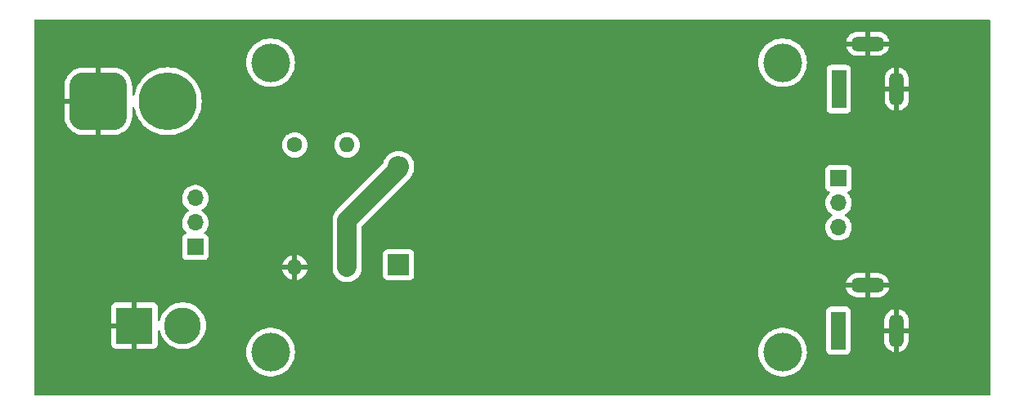
<source format=gbl>
%TF.GenerationSoftware,KiCad,Pcbnew,(6.0.2)*%
%TF.CreationDate,2022-02-24T16:18:32+02:00*%
%TF.ProjectId,PowerPCB,506f7765-7250-4434-922e-6b696361645f,rev?*%
%TF.SameCoordinates,Original*%
%TF.FileFunction,Copper,L2,Bot*%
%TF.FilePolarity,Positive*%
%FSLAX46Y46*%
G04 Gerber Fmt 4.6, Leading zero omitted, Abs format (unit mm)*
G04 Created by KiCad (PCBNEW (6.0.2)) date 2022-02-24 16:18:32*
%MOMM*%
%LPD*%
G01*
G04 APERTURE LIST*
G04 Aperture macros list*
%AMRoundRect*
0 Rectangle with rounded corners*
0 $1 Rounding radius*
0 $2 $3 $4 $5 $6 $7 $8 $9 X,Y pos of 4 corners*
0 Add a 4 corners polygon primitive as box body*
4,1,4,$2,$3,$4,$5,$6,$7,$8,$9,$2,$3,0*
0 Add four circle primitives for the rounded corners*
1,1,$1+$1,$2,$3*
1,1,$1+$1,$4,$5*
1,1,$1+$1,$6,$7*
1,1,$1+$1,$8,$9*
0 Add four rect primitives between the rounded corners*
20,1,$1+$1,$2,$3,$4,$5,0*
20,1,$1+$1,$4,$5,$6,$7,0*
20,1,$1+$1,$6,$7,$8,$9,0*
20,1,$1+$1,$8,$9,$2,$3,0*%
G04 Aperture macros list end*
%TA.AperFunction,ComponentPad*%
%ADD10RoundRect,1.500000X-1.500000X-1.500000X1.500000X-1.500000X1.500000X1.500000X-1.500000X1.500000X0*%
%TD*%
%TA.AperFunction,ComponentPad*%
%ADD11C,6.000000*%
%TD*%
%TA.AperFunction,ComponentPad*%
%ADD12O,3.500000X1.500000*%
%TD*%
%TA.AperFunction,ComponentPad*%
%ADD13O,1.500000X3.500000*%
%TD*%
%TA.AperFunction,ComponentPad*%
%ADD14R,1.500000X4.000000*%
%TD*%
%TA.AperFunction,ComponentPad*%
%ADD15R,1.700000X1.700000*%
%TD*%
%TA.AperFunction,ComponentPad*%
%ADD16O,1.700000X1.700000*%
%TD*%
%TA.AperFunction,ComponentPad*%
%ADD17O,1.600000X1.600000*%
%TD*%
%TA.AperFunction,ComponentPad*%
%ADD18C,1.600000*%
%TD*%
%TA.AperFunction,ComponentPad*%
%ADD19C,3.800000*%
%TD*%
%TA.AperFunction,ComponentPad*%
%ADD20R,3.800000X3.800000*%
%TD*%
%TA.AperFunction,ComponentPad*%
%ADD21R,2.200000X2.200000*%
%TD*%
%TA.AperFunction,ComponentPad*%
%ADD22O,2.200000X2.200000*%
%TD*%
%TA.AperFunction,ViaPad*%
%ADD23C,4.000000*%
%TD*%
%TA.AperFunction,Conductor*%
%ADD24C,2.000000*%
%TD*%
G04 APERTURE END LIST*
D10*
X100150000Y-67000000D03*
D11*
X107350000Y-67000000D03*
D12*
X179810000Y-61040000D03*
D13*
X182810000Y-65740000D03*
D14*
X176810000Y-65740000D03*
D12*
X179790000Y-86060000D03*
D13*
X182790000Y-90760000D03*
D14*
X176790000Y-90760000D03*
D15*
X176790000Y-74985000D03*
D16*
X176790000Y-77525000D03*
X176790000Y-80065000D03*
X110200000Y-77025000D03*
X110200000Y-79565000D03*
D15*
X110200000Y-82105000D03*
D17*
X120500000Y-84225000D03*
D18*
X120500000Y-71525000D03*
X125910000Y-84225000D03*
D17*
X125910000Y-71525000D03*
D19*
X108900000Y-90250000D03*
D20*
X103900000Y-90250000D03*
D21*
X131250000Y-83925000D03*
D22*
X131250000Y-73765000D03*
D23*
X118000000Y-63000000D03*
X118000000Y-93000000D03*
X171000000Y-93000000D03*
X171000000Y-63000000D03*
D24*
X131250000Y-74000000D02*
X125910000Y-79340000D01*
X125910000Y-79340000D02*
X125910000Y-84225000D01*
X131250000Y-73765000D02*
X131250000Y-74000000D01*
%TA.AperFunction,Conductor*%
G36*
X192434121Y-58528002D02*
G01*
X192480614Y-58581658D01*
X192492000Y-58634000D01*
X192492000Y-97366000D01*
X192471998Y-97434121D01*
X192418342Y-97480614D01*
X192366000Y-97492000D01*
X93634000Y-97492000D01*
X93565879Y-97471998D01*
X93519386Y-97418342D01*
X93508000Y-97366000D01*
X93508000Y-93000000D01*
X115486540Y-93000000D01*
X115506359Y-93315020D01*
X115565505Y-93625072D01*
X115663044Y-93925266D01*
X115664731Y-93928852D01*
X115664733Y-93928856D01*
X115795750Y-94207283D01*
X115795754Y-94207290D01*
X115797438Y-94210869D01*
X115966568Y-94477375D01*
X116167767Y-94720582D01*
X116397860Y-94936654D01*
X116653221Y-95122184D01*
X116929821Y-95274247D01*
X116933490Y-95275700D01*
X116933495Y-95275702D01*
X117219628Y-95388990D01*
X117223298Y-95390443D01*
X117529025Y-95468940D01*
X117842179Y-95508500D01*
X118157821Y-95508500D01*
X118470975Y-95468940D01*
X118776702Y-95390443D01*
X118780372Y-95388990D01*
X119066505Y-95275702D01*
X119066510Y-95275700D01*
X119070179Y-95274247D01*
X119346779Y-95122184D01*
X119602140Y-94936654D01*
X119832233Y-94720582D01*
X120033432Y-94477375D01*
X120202562Y-94210869D01*
X120204246Y-94207290D01*
X120204250Y-94207283D01*
X120335267Y-93928856D01*
X120335269Y-93928852D01*
X120336956Y-93925266D01*
X120434495Y-93625072D01*
X120493641Y-93315020D01*
X120513460Y-93000000D01*
X168486540Y-93000000D01*
X168506359Y-93315020D01*
X168565505Y-93625072D01*
X168663044Y-93925266D01*
X168664731Y-93928852D01*
X168664733Y-93928856D01*
X168795750Y-94207283D01*
X168795754Y-94207290D01*
X168797438Y-94210869D01*
X168966568Y-94477375D01*
X169167767Y-94720582D01*
X169397860Y-94936654D01*
X169653221Y-95122184D01*
X169929821Y-95274247D01*
X169933490Y-95275700D01*
X169933495Y-95275702D01*
X170219628Y-95388990D01*
X170223298Y-95390443D01*
X170529025Y-95468940D01*
X170842179Y-95508500D01*
X171157821Y-95508500D01*
X171470975Y-95468940D01*
X171776702Y-95390443D01*
X171780372Y-95388990D01*
X172066505Y-95275702D01*
X172066510Y-95275700D01*
X172070179Y-95274247D01*
X172346779Y-95122184D01*
X172602140Y-94936654D01*
X172832233Y-94720582D01*
X173033432Y-94477375D01*
X173202562Y-94210869D01*
X173204246Y-94207290D01*
X173204250Y-94207283D01*
X173335267Y-93928856D01*
X173335269Y-93928852D01*
X173336956Y-93925266D01*
X173434495Y-93625072D01*
X173493641Y-93315020D01*
X173513460Y-93000000D01*
X173501389Y-92808134D01*
X175531500Y-92808134D01*
X175538255Y-92870316D01*
X175589385Y-93006705D01*
X175676739Y-93123261D01*
X175793295Y-93210615D01*
X175929684Y-93261745D01*
X175991866Y-93268500D01*
X177588134Y-93268500D01*
X177650316Y-93261745D01*
X177786705Y-93210615D01*
X177903261Y-93123261D01*
X177990615Y-93006705D01*
X178041745Y-92870316D01*
X178048500Y-92808134D01*
X178048500Y-91814175D01*
X181532000Y-91814175D01*
X181532249Y-91819770D01*
X181546378Y-91978078D01*
X181548360Y-91989092D01*
X181604651Y-92194860D01*
X181608549Y-92205341D01*
X181700397Y-92397903D01*
X181706082Y-92407516D01*
X181830575Y-92580767D01*
X181837883Y-92589233D01*
X181991082Y-92737692D01*
X181999779Y-92744735D01*
X182176844Y-92863719D01*
X182186642Y-92869105D01*
X182381990Y-92954857D01*
X182392582Y-92958422D01*
X182518384Y-92988624D01*
X182532470Y-92987919D01*
X182536000Y-92979040D01*
X182536000Y-92978411D01*
X183044000Y-92978411D01*
X183048105Y-92992393D01*
X183057728Y-92993886D01*
X183057973Y-92993834D01*
X183261883Y-92931102D01*
X183272229Y-92926881D01*
X183461814Y-92829029D01*
X183471245Y-92823043D01*
X183640501Y-92693168D01*
X183648724Y-92685607D01*
X183792312Y-92527806D01*
X183799067Y-92518906D01*
X183912434Y-92338185D01*
X183917511Y-92328219D01*
X183997080Y-92130286D01*
X184000315Y-92119571D01*
X184043777Y-91909699D01*
X184044980Y-91900562D01*
X184047895Y-91850010D01*
X184048000Y-91846363D01*
X184048000Y-91032115D01*
X184043525Y-91016876D01*
X184042135Y-91015671D01*
X184034452Y-91014000D01*
X183062115Y-91014000D01*
X183046876Y-91018475D01*
X183045671Y-91019865D01*
X183044000Y-91027548D01*
X183044000Y-92978411D01*
X182536000Y-92978411D01*
X182536000Y-91032115D01*
X182531525Y-91016876D01*
X182530135Y-91015671D01*
X182522452Y-91014000D01*
X181550115Y-91014000D01*
X181534876Y-91018475D01*
X181533671Y-91019865D01*
X181532000Y-91027548D01*
X181532000Y-91814175D01*
X178048500Y-91814175D01*
X178048500Y-90487885D01*
X181532000Y-90487885D01*
X181536475Y-90503124D01*
X181537865Y-90504329D01*
X181545548Y-90506000D01*
X182517885Y-90506000D01*
X182533124Y-90501525D01*
X182534329Y-90500135D01*
X182536000Y-90492452D01*
X182536000Y-90487885D01*
X183044000Y-90487885D01*
X183048475Y-90503124D01*
X183049865Y-90504329D01*
X183057548Y-90506000D01*
X184029885Y-90506000D01*
X184045124Y-90501525D01*
X184046329Y-90500135D01*
X184048000Y-90492452D01*
X184048000Y-89705825D01*
X184047751Y-89700230D01*
X184033622Y-89541922D01*
X184031640Y-89530908D01*
X183975349Y-89325140D01*
X183971451Y-89314659D01*
X183879603Y-89122097D01*
X183873918Y-89112484D01*
X183749425Y-88939233D01*
X183742117Y-88930767D01*
X183588918Y-88782308D01*
X183580221Y-88775265D01*
X183403156Y-88656281D01*
X183393358Y-88650895D01*
X183198010Y-88565143D01*
X183187418Y-88561578D01*
X183061616Y-88531376D01*
X183047530Y-88532081D01*
X183044000Y-88540960D01*
X183044000Y-90487885D01*
X182536000Y-90487885D01*
X182536000Y-88541589D01*
X182531895Y-88527607D01*
X182522272Y-88526114D01*
X182522027Y-88526166D01*
X182318117Y-88588898D01*
X182307771Y-88593119D01*
X182118186Y-88690971D01*
X182108755Y-88696957D01*
X181939499Y-88826832D01*
X181931276Y-88834393D01*
X181787688Y-88992194D01*
X181780933Y-89001094D01*
X181667566Y-89181815D01*
X181662489Y-89191781D01*
X181582920Y-89389714D01*
X181579685Y-89400429D01*
X181536223Y-89610301D01*
X181535020Y-89619438D01*
X181532105Y-89669990D01*
X181532000Y-89673637D01*
X181532000Y-90487885D01*
X178048500Y-90487885D01*
X178048500Y-88711866D01*
X178041745Y-88649684D01*
X177990615Y-88513295D01*
X177903261Y-88396739D01*
X177786705Y-88309385D01*
X177650316Y-88258255D01*
X177588134Y-88251500D01*
X175991866Y-88251500D01*
X175929684Y-88258255D01*
X175793295Y-88309385D01*
X175676739Y-88396739D01*
X175589385Y-88513295D01*
X175538255Y-88649684D01*
X175531500Y-88711866D01*
X175531500Y-92808134D01*
X173501389Y-92808134D01*
X173493641Y-92684980D01*
X173434495Y-92374928D01*
X173336956Y-92074734D01*
X173296656Y-91989092D01*
X173204250Y-91792717D01*
X173204246Y-91792710D01*
X173202562Y-91789131D01*
X173033432Y-91522625D01*
X172832233Y-91279418D01*
X172602140Y-91063346D01*
X172346779Y-90877816D01*
X172296463Y-90850154D01*
X172073648Y-90727660D01*
X172073647Y-90727659D01*
X172070179Y-90725753D01*
X172066510Y-90724300D01*
X172066505Y-90724298D01*
X171780372Y-90611010D01*
X171780371Y-90611010D01*
X171776702Y-90609557D01*
X171470975Y-90531060D01*
X171157821Y-90491500D01*
X170842179Y-90491500D01*
X170529025Y-90531060D01*
X170223298Y-90609557D01*
X170219629Y-90611010D01*
X170219628Y-90611010D01*
X169933495Y-90724298D01*
X169933490Y-90724300D01*
X169929821Y-90725753D01*
X169926353Y-90727659D01*
X169926352Y-90727660D01*
X169703538Y-90850154D01*
X169653221Y-90877816D01*
X169397860Y-91063346D01*
X169167767Y-91279418D01*
X168966568Y-91522625D01*
X168797438Y-91789131D01*
X168795754Y-91792710D01*
X168795750Y-91792717D01*
X168703344Y-91989092D01*
X168663044Y-92074734D01*
X168565505Y-92374928D01*
X168506359Y-92684980D01*
X168486540Y-93000000D01*
X120513460Y-93000000D01*
X120493641Y-92684980D01*
X120434495Y-92374928D01*
X120336956Y-92074734D01*
X120296656Y-91989092D01*
X120204250Y-91792717D01*
X120204246Y-91792710D01*
X120202562Y-91789131D01*
X120033432Y-91522625D01*
X119832233Y-91279418D01*
X119602140Y-91063346D01*
X119346779Y-90877816D01*
X119296463Y-90850154D01*
X119073648Y-90727660D01*
X119073647Y-90727659D01*
X119070179Y-90725753D01*
X119066510Y-90724300D01*
X119066505Y-90724298D01*
X118780372Y-90611010D01*
X118780371Y-90611010D01*
X118776702Y-90609557D01*
X118470975Y-90531060D01*
X118157821Y-90491500D01*
X117842179Y-90491500D01*
X117529025Y-90531060D01*
X117223298Y-90609557D01*
X117219629Y-90611010D01*
X117219628Y-90611010D01*
X116933495Y-90724298D01*
X116933490Y-90724300D01*
X116929821Y-90725753D01*
X116926353Y-90727659D01*
X116926352Y-90727660D01*
X116703538Y-90850154D01*
X116653221Y-90877816D01*
X116397860Y-91063346D01*
X116167767Y-91279418D01*
X115966568Y-91522625D01*
X115797438Y-91789131D01*
X115795754Y-91792710D01*
X115795750Y-91792717D01*
X115703344Y-91989092D01*
X115663044Y-92074734D01*
X115565505Y-92374928D01*
X115506359Y-92684980D01*
X115486540Y-93000000D01*
X93508000Y-93000000D01*
X93508000Y-92194669D01*
X101492001Y-92194669D01*
X101492371Y-92201490D01*
X101497895Y-92252352D01*
X101501521Y-92267604D01*
X101546676Y-92388054D01*
X101555214Y-92403649D01*
X101631715Y-92505724D01*
X101644276Y-92518285D01*
X101746351Y-92594786D01*
X101761946Y-92603324D01*
X101882394Y-92648478D01*
X101897649Y-92652105D01*
X101948514Y-92657631D01*
X101955328Y-92658000D01*
X103627885Y-92658000D01*
X103643124Y-92653525D01*
X103644329Y-92652135D01*
X103646000Y-92644452D01*
X103646000Y-92639884D01*
X104154000Y-92639884D01*
X104158475Y-92655123D01*
X104159865Y-92656328D01*
X104167548Y-92657999D01*
X105844669Y-92657999D01*
X105851490Y-92657629D01*
X105902352Y-92652105D01*
X105917604Y-92648479D01*
X106038054Y-92603324D01*
X106053649Y-92594786D01*
X106155724Y-92518285D01*
X106168285Y-92505724D01*
X106244786Y-92403649D01*
X106253324Y-92388054D01*
X106298478Y-92267606D01*
X106302105Y-92252351D01*
X106307631Y-92201486D01*
X106308000Y-92194672D01*
X106308000Y-90848668D01*
X106328002Y-90780547D01*
X106381658Y-90734054D01*
X106451932Y-90723950D01*
X106516512Y-90753444D01*
X106554896Y-90813170D01*
X106557767Y-90825056D01*
X106562555Y-90850154D01*
X106656206Y-91138381D01*
X106785242Y-91412598D01*
X106947630Y-91668480D01*
X107140808Y-91901992D01*
X107361729Y-92109450D01*
X107606910Y-92287584D01*
X107610379Y-92289491D01*
X107610382Y-92289493D01*
X107765787Y-92374928D01*
X107872483Y-92433585D01*
X107876152Y-92435038D01*
X107876157Y-92435040D01*
X108150591Y-92543696D01*
X108154261Y-92545149D01*
X108447800Y-92620516D01*
X108748470Y-92658500D01*
X109051530Y-92658500D01*
X109352200Y-92620516D01*
X109645739Y-92545149D01*
X109649409Y-92543696D01*
X109923843Y-92435040D01*
X109923848Y-92435038D01*
X109927517Y-92433585D01*
X110034213Y-92374928D01*
X110189618Y-92289493D01*
X110189621Y-92289491D01*
X110193090Y-92287584D01*
X110438271Y-92109450D01*
X110659192Y-91901992D01*
X110852370Y-91668480D01*
X111014758Y-91412598D01*
X111143794Y-91138381D01*
X111237445Y-90850154D01*
X111294233Y-90552462D01*
X111313262Y-90250000D01*
X111294233Y-89947538D01*
X111237445Y-89649846D01*
X111143794Y-89361619D01*
X111126629Y-89325140D01*
X111031084Y-89122097D01*
X111014758Y-89087402D01*
X110852370Y-88831520D01*
X110659192Y-88598008D01*
X110438271Y-88390550D01*
X110193090Y-88212416D01*
X109927517Y-88066415D01*
X109923848Y-88064962D01*
X109923843Y-88064960D01*
X109649409Y-87956304D01*
X109649408Y-87956304D01*
X109645739Y-87954851D01*
X109352200Y-87879484D01*
X109051530Y-87841500D01*
X108748470Y-87841500D01*
X108447800Y-87879484D01*
X108154261Y-87954851D01*
X108150592Y-87956304D01*
X108150591Y-87956304D01*
X107876157Y-88064960D01*
X107876152Y-88064962D01*
X107872483Y-88066415D01*
X107606910Y-88212416D01*
X107361729Y-88390550D01*
X107140808Y-88598008D01*
X106947630Y-88831520D01*
X106785242Y-89087402D01*
X106768916Y-89122097D01*
X106673372Y-89325140D01*
X106656206Y-89361619D01*
X106562555Y-89649846D01*
X106561812Y-89653742D01*
X106561811Y-89653745D01*
X106557767Y-89674945D01*
X106525354Y-89738111D01*
X106463936Y-89773726D01*
X106393014Y-89770482D01*
X106335104Y-89729409D01*
X106308592Y-89663548D01*
X106307999Y-89651334D01*
X106307999Y-88305331D01*
X106307629Y-88298510D01*
X106302105Y-88247648D01*
X106298479Y-88232396D01*
X106253324Y-88111946D01*
X106244786Y-88096351D01*
X106168285Y-87994276D01*
X106155724Y-87981715D01*
X106053649Y-87905214D01*
X106038054Y-87896676D01*
X105917606Y-87851522D01*
X105902351Y-87847895D01*
X105851486Y-87842369D01*
X105844672Y-87842000D01*
X104172115Y-87842000D01*
X104156876Y-87846475D01*
X104155671Y-87847865D01*
X104154000Y-87855548D01*
X104154000Y-92639884D01*
X103646000Y-92639884D01*
X103646000Y-90522115D01*
X103641525Y-90506876D01*
X103640135Y-90505671D01*
X103632452Y-90504000D01*
X101510116Y-90504000D01*
X101494877Y-90508475D01*
X101493672Y-90509865D01*
X101492001Y-90517548D01*
X101492001Y-92194669D01*
X93508000Y-92194669D01*
X93508000Y-89977885D01*
X101492000Y-89977885D01*
X101496475Y-89993124D01*
X101497865Y-89994329D01*
X101505548Y-89996000D01*
X103627885Y-89996000D01*
X103643124Y-89991525D01*
X103644329Y-89990135D01*
X103646000Y-89982452D01*
X103646000Y-87860116D01*
X103641525Y-87844877D01*
X103640135Y-87843672D01*
X103632452Y-87842001D01*
X101955331Y-87842001D01*
X101948510Y-87842371D01*
X101897648Y-87847895D01*
X101882396Y-87851521D01*
X101761946Y-87896676D01*
X101746351Y-87905214D01*
X101644276Y-87981715D01*
X101631715Y-87994276D01*
X101555214Y-88096351D01*
X101546676Y-88111946D01*
X101501522Y-88232394D01*
X101497895Y-88247649D01*
X101492369Y-88298514D01*
X101492000Y-88305328D01*
X101492000Y-89977885D01*
X93508000Y-89977885D01*
X93508000Y-86327728D01*
X177556114Y-86327728D01*
X177556166Y-86327973D01*
X177618898Y-86531883D01*
X177623119Y-86542229D01*
X177720971Y-86731814D01*
X177726957Y-86741245D01*
X177856832Y-86910501D01*
X177864393Y-86918724D01*
X178022194Y-87062312D01*
X178031094Y-87069067D01*
X178211815Y-87182434D01*
X178221781Y-87187511D01*
X178419714Y-87267080D01*
X178430429Y-87270315D01*
X178640301Y-87313777D01*
X178649438Y-87314980D01*
X178699990Y-87317895D01*
X178703637Y-87318000D01*
X179517885Y-87318000D01*
X179533124Y-87313525D01*
X179534329Y-87312135D01*
X179536000Y-87304452D01*
X179536000Y-87299885D01*
X180044000Y-87299885D01*
X180048475Y-87315124D01*
X180049865Y-87316329D01*
X180057548Y-87318000D01*
X180844175Y-87318000D01*
X180849770Y-87317751D01*
X181008078Y-87303622D01*
X181019092Y-87301640D01*
X181224860Y-87245349D01*
X181235341Y-87241451D01*
X181427903Y-87149603D01*
X181437516Y-87143918D01*
X181610767Y-87019425D01*
X181619233Y-87012117D01*
X181767692Y-86858918D01*
X181774735Y-86850221D01*
X181893719Y-86673156D01*
X181899105Y-86663358D01*
X181984857Y-86468010D01*
X181988422Y-86457418D01*
X182018624Y-86331616D01*
X182017919Y-86317530D01*
X182009040Y-86314000D01*
X180062115Y-86314000D01*
X180046876Y-86318475D01*
X180045671Y-86319865D01*
X180044000Y-86327548D01*
X180044000Y-87299885D01*
X179536000Y-87299885D01*
X179536000Y-86332115D01*
X179531525Y-86316876D01*
X179530135Y-86315671D01*
X179522452Y-86314000D01*
X177571589Y-86314000D01*
X177557607Y-86318105D01*
X177556114Y-86327728D01*
X93508000Y-86327728D01*
X93508000Y-85788384D01*
X177561376Y-85788384D01*
X177562081Y-85802470D01*
X177570960Y-85806000D01*
X179517885Y-85806000D01*
X179533124Y-85801525D01*
X179534329Y-85800135D01*
X179536000Y-85792452D01*
X179536000Y-85787885D01*
X180044000Y-85787885D01*
X180048475Y-85803124D01*
X180049865Y-85804329D01*
X180057548Y-85806000D01*
X182008411Y-85806000D01*
X182022393Y-85801895D01*
X182023886Y-85792272D01*
X182023834Y-85792027D01*
X181961102Y-85588117D01*
X181956881Y-85577771D01*
X181859029Y-85388186D01*
X181853043Y-85378755D01*
X181723168Y-85209499D01*
X181715607Y-85201276D01*
X181557806Y-85057688D01*
X181548906Y-85050933D01*
X181368185Y-84937566D01*
X181358219Y-84932489D01*
X181160286Y-84852920D01*
X181149571Y-84849685D01*
X180939699Y-84806223D01*
X180930562Y-84805020D01*
X180880010Y-84802105D01*
X180876363Y-84802000D01*
X180062115Y-84802000D01*
X180046876Y-84806475D01*
X180045671Y-84807865D01*
X180044000Y-84815548D01*
X180044000Y-85787885D01*
X179536000Y-85787885D01*
X179536000Y-84820115D01*
X179531525Y-84804876D01*
X179530135Y-84803671D01*
X179522452Y-84802000D01*
X178735825Y-84802000D01*
X178730230Y-84802249D01*
X178571922Y-84816378D01*
X178560908Y-84818360D01*
X178355140Y-84874651D01*
X178344659Y-84878549D01*
X178152097Y-84970397D01*
X178142484Y-84976082D01*
X177969233Y-85100575D01*
X177960767Y-85107883D01*
X177812308Y-85261082D01*
X177805265Y-85269779D01*
X177686281Y-85446844D01*
X177680895Y-85456642D01*
X177595143Y-85651990D01*
X177591578Y-85662582D01*
X177561376Y-85788384D01*
X93508000Y-85788384D01*
X93508000Y-84491522D01*
X119217273Y-84491522D01*
X119264764Y-84668761D01*
X119268510Y-84679053D01*
X119360586Y-84876511D01*
X119366069Y-84886007D01*
X119491028Y-85064467D01*
X119498084Y-85072875D01*
X119652125Y-85226916D01*
X119660533Y-85233972D01*
X119838993Y-85358931D01*
X119848489Y-85364414D01*
X120045947Y-85456490D01*
X120056239Y-85460236D01*
X120228503Y-85506394D01*
X120242599Y-85506058D01*
X120246000Y-85498116D01*
X120246000Y-85492967D01*
X120754000Y-85492967D01*
X120757973Y-85506498D01*
X120766522Y-85507727D01*
X120943761Y-85460236D01*
X120954053Y-85456490D01*
X121151511Y-85364414D01*
X121161007Y-85358931D01*
X121339467Y-85233972D01*
X121347875Y-85226916D01*
X121501916Y-85072875D01*
X121508972Y-85064467D01*
X121633931Y-84886007D01*
X121639414Y-84876511D01*
X121731490Y-84679053D01*
X121735236Y-84668761D01*
X121781394Y-84496497D01*
X121781058Y-84482401D01*
X121773116Y-84479000D01*
X120772115Y-84479000D01*
X120756876Y-84483475D01*
X120755671Y-84484865D01*
X120754000Y-84492548D01*
X120754000Y-85492967D01*
X120246000Y-85492967D01*
X120246000Y-84497115D01*
X120241525Y-84481876D01*
X120240135Y-84480671D01*
X120232452Y-84479000D01*
X119232033Y-84479000D01*
X119218502Y-84482973D01*
X119217273Y-84491522D01*
X93508000Y-84491522D01*
X93508000Y-83953503D01*
X119218606Y-83953503D01*
X119218942Y-83967599D01*
X119226884Y-83971000D01*
X120227885Y-83971000D01*
X120243124Y-83966525D01*
X120244329Y-83965135D01*
X120246000Y-83957452D01*
X120246000Y-83952885D01*
X120754000Y-83952885D01*
X120758475Y-83968124D01*
X120759865Y-83969329D01*
X120767548Y-83971000D01*
X121767967Y-83971000D01*
X121781498Y-83967027D01*
X121782727Y-83958478D01*
X121735236Y-83781239D01*
X121731490Y-83770947D01*
X121639414Y-83573489D01*
X121633931Y-83563993D01*
X121508972Y-83385533D01*
X121501916Y-83377125D01*
X121347875Y-83223084D01*
X121339467Y-83216028D01*
X121161007Y-83091069D01*
X121151511Y-83085586D01*
X120954053Y-82993510D01*
X120943761Y-82989764D01*
X120771497Y-82943606D01*
X120757401Y-82943942D01*
X120754000Y-82951884D01*
X120754000Y-83952885D01*
X120246000Y-83952885D01*
X120246000Y-82957033D01*
X120242027Y-82943502D01*
X120233478Y-82942273D01*
X120056239Y-82989764D01*
X120045947Y-82993510D01*
X119848489Y-83085586D01*
X119838993Y-83091069D01*
X119660533Y-83216028D01*
X119652125Y-83223084D01*
X119498084Y-83377125D01*
X119491028Y-83385533D01*
X119366069Y-83563993D01*
X119360586Y-83573489D01*
X119268510Y-83770947D01*
X119264764Y-83781239D01*
X119218606Y-83953503D01*
X93508000Y-83953503D01*
X93508000Y-79531695D01*
X108837251Y-79531695D01*
X108837548Y-79536848D01*
X108837548Y-79536851D01*
X108843011Y-79631590D01*
X108850110Y-79754715D01*
X108851247Y-79759761D01*
X108851248Y-79759767D01*
X108862472Y-79809570D01*
X108899222Y-79972639D01*
X108983266Y-80179616D01*
X108985965Y-80184020D01*
X109092594Y-80358023D01*
X109099987Y-80370088D01*
X109246250Y-80538938D01*
X109250230Y-80542242D01*
X109254981Y-80546187D01*
X109294616Y-80605090D01*
X109296113Y-80676071D01*
X109258997Y-80736593D01*
X109218725Y-80761112D01*
X109191610Y-80771277D01*
X109103295Y-80804385D01*
X108986739Y-80891739D01*
X108899385Y-81008295D01*
X108848255Y-81144684D01*
X108841500Y-81206866D01*
X108841500Y-83003134D01*
X108848255Y-83065316D01*
X108899385Y-83201705D01*
X108986739Y-83318261D01*
X109103295Y-83405615D01*
X109239684Y-83456745D01*
X109301866Y-83463500D01*
X111098134Y-83463500D01*
X111160316Y-83456745D01*
X111296705Y-83405615D01*
X111413261Y-83318261D01*
X111500615Y-83201705D01*
X111551745Y-83065316D01*
X111558500Y-83003134D01*
X111558500Y-81206866D01*
X111551745Y-81144684D01*
X111500615Y-81008295D01*
X111413261Y-80891739D01*
X111296705Y-80804385D01*
X111284132Y-80799672D01*
X111178203Y-80759960D01*
X111121439Y-80717318D01*
X111096739Y-80650756D01*
X111111947Y-80581408D01*
X111133493Y-80552727D01*
X111234435Y-80452137D01*
X111238096Y-80448489D01*
X111297594Y-80365689D01*
X111365435Y-80271277D01*
X111368453Y-80267077D01*
X111435415Y-80131590D01*
X111465136Y-80071453D01*
X111465137Y-80071451D01*
X111467430Y-80066811D01*
X111532370Y-79853069D01*
X111561529Y-79631590D01*
X111563156Y-79565000D01*
X111546829Y-79366413D01*
X124396822Y-79366413D01*
X124397316Y-79371448D01*
X124400899Y-79407992D01*
X124401500Y-79420288D01*
X124401500Y-84286001D01*
X124401702Y-84288509D01*
X124401702Y-84288514D01*
X124407943Y-84366074D01*
X124416060Y-84466965D01*
X124417266Y-84471873D01*
X124417266Y-84471876D01*
X124423465Y-84497115D01*
X124473963Y-84702706D01*
X124475938Y-84707358D01*
X124475939Y-84707362D01*
X124516820Y-84803671D01*
X124568812Y-84926156D01*
X124571510Y-84930440D01*
X124661370Y-85073134D01*
X124698167Y-85131567D01*
X124701512Y-85135361D01*
X124855350Y-85309858D01*
X124855353Y-85309861D01*
X124858698Y-85313655D01*
X124862606Y-85316865D01*
X124862607Y-85316866D01*
X125037150Y-85460236D01*
X125046278Y-85467734D01*
X125112125Y-85506058D01*
X125235340Y-85577771D01*
X125256078Y-85589841D01*
X125260801Y-85591654D01*
X125477978Y-85675020D01*
X125477982Y-85675021D01*
X125482702Y-85676833D01*
X125487652Y-85677867D01*
X125487655Y-85677868D01*
X125715369Y-85725440D01*
X125715373Y-85725440D01*
X125720320Y-85726474D01*
X125962817Y-85737486D01*
X125967837Y-85736905D01*
X125967841Y-85736905D01*
X126198929Y-85710167D01*
X126198933Y-85710166D01*
X126203956Y-85709585D01*
X126208820Y-85708209D01*
X126208823Y-85708208D01*
X126432669Y-85644866D01*
X126432668Y-85644866D01*
X126437532Y-85643490D01*
X126442108Y-85641356D01*
X126442114Y-85641354D01*
X126652954Y-85543038D01*
X126652958Y-85543036D01*
X126657536Y-85540901D01*
X126708806Y-85506058D01*
X126854119Y-85407302D01*
X126858307Y-85404456D01*
X127034681Y-85237668D01*
X127112935Y-85135316D01*
X127160477Y-85073134D01*
X129641500Y-85073134D01*
X129648255Y-85135316D01*
X129699385Y-85271705D01*
X129786739Y-85388261D01*
X129903295Y-85475615D01*
X130039684Y-85526745D01*
X130101866Y-85533500D01*
X132398134Y-85533500D01*
X132460316Y-85526745D01*
X132596705Y-85475615D01*
X132713261Y-85388261D01*
X132800615Y-85271705D01*
X132851745Y-85135316D01*
X132858500Y-85073134D01*
X132858500Y-82776866D01*
X132851745Y-82714684D01*
X132800615Y-82578295D01*
X132713261Y-82461739D01*
X132596705Y-82374385D01*
X132460316Y-82323255D01*
X132398134Y-82316500D01*
X130101866Y-82316500D01*
X130039684Y-82323255D01*
X129903295Y-82374385D01*
X129786739Y-82461739D01*
X129699385Y-82578295D01*
X129648255Y-82714684D01*
X129641500Y-82776866D01*
X129641500Y-85073134D01*
X127160477Y-85073134D01*
X127179047Y-85048846D01*
X127179050Y-85048842D01*
X127182120Y-85044826D01*
X127296831Y-84830891D01*
X127375862Y-84601369D01*
X127417179Y-84362164D01*
X127418500Y-84333075D01*
X127418500Y-80031695D01*
X175427251Y-80031695D01*
X175427548Y-80036848D01*
X175427548Y-80036851D01*
X175433011Y-80131590D01*
X175440110Y-80254715D01*
X175441247Y-80259761D01*
X175441248Y-80259767D01*
X175443842Y-80271277D01*
X175489222Y-80472639D01*
X175573266Y-80679616D01*
X175689987Y-80870088D01*
X175836250Y-81038938D01*
X176008126Y-81181632D01*
X176201000Y-81294338D01*
X176409692Y-81374030D01*
X176414760Y-81375061D01*
X176414763Y-81375062D01*
X176522017Y-81396883D01*
X176628597Y-81418567D01*
X176633772Y-81418757D01*
X176633774Y-81418757D01*
X176846673Y-81426564D01*
X176846677Y-81426564D01*
X176851837Y-81426753D01*
X176856957Y-81426097D01*
X176856959Y-81426097D01*
X177068288Y-81399025D01*
X177068289Y-81399025D01*
X177073416Y-81398368D01*
X177078366Y-81396883D01*
X177282429Y-81335661D01*
X177282434Y-81335659D01*
X177287384Y-81334174D01*
X177487994Y-81235896D01*
X177669860Y-81106173D01*
X177828096Y-80948489D01*
X177863716Y-80898919D01*
X177955435Y-80771277D01*
X177958453Y-80767077D01*
X177961971Y-80759960D01*
X178055136Y-80571453D01*
X178055137Y-80571451D01*
X178057430Y-80566811D01*
X178122370Y-80353069D01*
X178151529Y-80131590D01*
X178151611Y-80128240D01*
X178153074Y-80068365D01*
X178153074Y-80068361D01*
X178153156Y-80065000D01*
X178134852Y-79842361D01*
X178080431Y-79625702D01*
X177991354Y-79420840D01*
X177937337Y-79337342D01*
X177872822Y-79237617D01*
X177872820Y-79237614D01*
X177870014Y-79233277D01*
X177719670Y-79068051D01*
X177715619Y-79064852D01*
X177715615Y-79064848D01*
X177548414Y-78932800D01*
X177548410Y-78932798D01*
X177544359Y-78929598D01*
X177503053Y-78906796D01*
X177453084Y-78856364D01*
X177438312Y-78786921D01*
X177463428Y-78720516D01*
X177490780Y-78693909D01*
X177541075Y-78658034D01*
X177669860Y-78566173D01*
X177711546Y-78524633D01*
X177809416Y-78427104D01*
X177828096Y-78408489D01*
X177837867Y-78394892D01*
X177955435Y-78231277D01*
X177958453Y-78227077D01*
X177999393Y-78144242D01*
X178055136Y-78031453D01*
X178055137Y-78031451D01*
X178057430Y-78026811D01*
X178122370Y-77813069D01*
X178151529Y-77591590D01*
X178151611Y-77588240D01*
X178153074Y-77528365D01*
X178153074Y-77528361D01*
X178153156Y-77525000D01*
X178134852Y-77302361D01*
X178080431Y-77085702D01*
X177991354Y-76880840D01*
X177937337Y-76797342D01*
X177872822Y-76697617D01*
X177872820Y-76697614D01*
X177870014Y-76693277D01*
X177866532Y-76689450D01*
X177722798Y-76531488D01*
X177691746Y-76467642D01*
X177700141Y-76397143D01*
X177745317Y-76342375D01*
X177771761Y-76328706D01*
X177878297Y-76288767D01*
X177886705Y-76285615D01*
X178003261Y-76198261D01*
X178090615Y-76081705D01*
X178141745Y-75945316D01*
X178148500Y-75883134D01*
X178148500Y-74086866D01*
X178141745Y-74024684D01*
X178090615Y-73888295D01*
X178003261Y-73771739D01*
X177886705Y-73684385D01*
X177750316Y-73633255D01*
X177688134Y-73626500D01*
X175891866Y-73626500D01*
X175829684Y-73633255D01*
X175693295Y-73684385D01*
X175576739Y-73771739D01*
X175489385Y-73888295D01*
X175438255Y-74024684D01*
X175431500Y-74086866D01*
X175431500Y-75883134D01*
X175438255Y-75945316D01*
X175489385Y-76081705D01*
X175576739Y-76198261D01*
X175693295Y-76285615D01*
X175701704Y-76288767D01*
X175701705Y-76288768D01*
X175810451Y-76329535D01*
X175867216Y-76372176D01*
X175891916Y-76438738D01*
X175876709Y-76508087D01*
X175857316Y-76534568D01*
X175730629Y-76667138D01*
X175604743Y-76851680D01*
X175589003Y-76885590D01*
X175525848Y-77021646D01*
X175510688Y-77054305D01*
X175450989Y-77269570D01*
X175427251Y-77491695D01*
X175427548Y-77496848D01*
X175427548Y-77496851D01*
X175433011Y-77591590D01*
X175440110Y-77714715D01*
X175441247Y-77719761D01*
X175441248Y-77719767D01*
X175443842Y-77731277D01*
X175489222Y-77932639D01*
X175573266Y-78139616D01*
X175575965Y-78144020D01*
X175686172Y-78323862D01*
X175689987Y-78330088D01*
X175836250Y-78498938D01*
X176008126Y-78641632D01*
X176051622Y-78667049D01*
X176081445Y-78684476D01*
X176130169Y-78736114D01*
X176143240Y-78805897D01*
X176116509Y-78871669D01*
X176076055Y-78905027D01*
X176063607Y-78911507D01*
X176059474Y-78914610D01*
X176059471Y-78914612D01*
X175994184Y-78963631D01*
X175884965Y-79045635D01*
X175838455Y-79094305D01*
X175805127Y-79129181D01*
X175730629Y-79207138D01*
X175604743Y-79391680D01*
X175589003Y-79425590D01*
X175525848Y-79561646D01*
X175510688Y-79594305D01*
X175450989Y-79809570D01*
X175427251Y-80031695D01*
X127418500Y-80031695D01*
X127418500Y-80017031D01*
X127438502Y-79948910D01*
X127455405Y-79927936D01*
X129861485Y-77521857D01*
X132299685Y-75083657D01*
X132302207Y-75081203D01*
X132371005Y-75016144D01*
X132374681Y-75012668D01*
X132422412Y-74950239D01*
X132426554Y-74945107D01*
X132474187Y-74889138D01*
X132474189Y-74889135D01*
X132477470Y-74885280D01*
X132480090Y-74880954D01*
X132480095Y-74880947D01*
X132494491Y-74857176D01*
X132502163Y-74845929D01*
X132522120Y-74819826D01*
X132559247Y-74750584D01*
X132562510Y-74744863D01*
X132600602Y-74681966D01*
X132600603Y-74681965D01*
X132603220Y-74677643D01*
X132615534Y-74647166D01*
X132621303Y-74634850D01*
X132636831Y-74605891D01*
X132652395Y-74560690D01*
X132664095Y-74535885D01*
X132685029Y-74501725D01*
X132685033Y-74501717D01*
X132687616Y-74497502D01*
X132784505Y-74263591D01*
X132843609Y-74017403D01*
X132863474Y-73765000D01*
X132843609Y-73512597D01*
X132784505Y-73266409D01*
X132687616Y-73032498D01*
X132555328Y-72816624D01*
X132390898Y-72624102D01*
X132198376Y-72459672D01*
X131982502Y-72327384D01*
X131977932Y-72325491D01*
X131977928Y-72325489D01*
X131753164Y-72232389D01*
X131753162Y-72232388D01*
X131748591Y-72230495D01*
X131663968Y-72210179D01*
X131507216Y-72172546D01*
X131507210Y-72172545D01*
X131502403Y-72171391D01*
X131250000Y-72151526D01*
X130997597Y-72171391D01*
X130992790Y-72172545D01*
X130992784Y-72172546D01*
X130836032Y-72210179D01*
X130751409Y-72230495D01*
X130746838Y-72232388D01*
X130746836Y-72232389D01*
X130522072Y-72325489D01*
X130522068Y-72325491D01*
X130517498Y-72327384D01*
X130301624Y-72459672D01*
X130109102Y-72624102D01*
X129944672Y-72816624D01*
X129812384Y-73032498D01*
X129715495Y-73266409D01*
X129714340Y-73271221D01*
X129681218Y-73409184D01*
X129647794Y-73468865D01*
X124860334Y-78256325D01*
X124857812Y-78258779D01*
X124805385Y-78308357D01*
X124785319Y-78327332D01*
X124782252Y-78331344D01*
X124737592Y-78389757D01*
X124733448Y-78394892D01*
X124701186Y-78432800D01*
X124682530Y-78454720D01*
X124679911Y-78459045D01*
X124679907Y-78459050D01*
X124665509Y-78482824D01*
X124657837Y-78494071D01*
X124637880Y-78520174D01*
X124615170Y-78562529D01*
X124600761Y-78589401D01*
X124597496Y-78595126D01*
X124556779Y-78662358D01*
X124554884Y-78667049D01*
X124544473Y-78692817D01*
X124538693Y-78705158D01*
X124523169Y-78734109D01*
X124521523Y-78738890D01*
X124521521Y-78738894D01*
X124497588Y-78808401D01*
X124495278Y-78814579D01*
X124465845Y-78887429D01*
X124464723Y-78892368D01*
X124458568Y-78919460D01*
X124454837Y-78932559D01*
X124444138Y-78963631D01*
X124430757Y-79041100D01*
X124429477Y-79047504D01*
X124412065Y-79124144D01*
X124410001Y-79156953D01*
X124408415Y-79170453D01*
X124402821Y-79202836D01*
X124402641Y-79206793D01*
X124402641Y-79206796D01*
X124402432Y-79211411D01*
X124401500Y-79231925D01*
X124401500Y-79288108D01*
X124401251Y-79296019D01*
X124396822Y-79366413D01*
X111546829Y-79366413D01*
X111544852Y-79342361D01*
X111490431Y-79125702D01*
X111401354Y-78920840D01*
X111332611Y-78814579D01*
X111282822Y-78737617D01*
X111282820Y-78737614D01*
X111280014Y-78733277D01*
X111129670Y-78568051D01*
X111125619Y-78564852D01*
X111125615Y-78564848D01*
X110958414Y-78432800D01*
X110958410Y-78432798D01*
X110954359Y-78429598D01*
X110913053Y-78406796D01*
X110863084Y-78356364D01*
X110848312Y-78286921D01*
X110873428Y-78220516D01*
X110900780Y-78193909D01*
X110944603Y-78162650D01*
X111079860Y-78066173D01*
X111238096Y-77908489D01*
X111297594Y-77825689D01*
X111365435Y-77731277D01*
X111368453Y-77727077D01*
X111435415Y-77591590D01*
X111465136Y-77531453D01*
X111465137Y-77531451D01*
X111467430Y-77526811D01*
X111532370Y-77313069D01*
X111561529Y-77091590D01*
X111563156Y-77025000D01*
X111544852Y-76802361D01*
X111490431Y-76585702D01*
X111401354Y-76380840D01*
X111336266Y-76280229D01*
X111282822Y-76197617D01*
X111282820Y-76197614D01*
X111280014Y-76193277D01*
X111129670Y-76028051D01*
X111125619Y-76024852D01*
X111125615Y-76024848D01*
X110958414Y-75892800D01*
X110958410Y-75892798D01*
X110954359Y-75889598D01*
X110942650Y-75883134D01*
X110902136Y-75860769D01*
X110758789Y-75781638D01*
X110753920Y-75779914D01*
X110753916Y-75779912D01*
X110553087Y-75708795D01*
X110553083Y-75708794D01*
X110548212Y-75707069D01*
X110543119Y-75706162D01*
X110543116Y-75706161D01*
X110333373Y-75668800D01*
X110333367Y-75668799D01*
X110328284Y-75667894D01*
X110254452Y-75666992D01*
X110110081Y-75665228D01*
X110110079Y-75665228D01*
X110104911Y-75665165D01*
X109884091Y-75698955D01*
X109671756Y-75768357D01*
X109473607Y-75871507D01*
X109469474Y-75874610D01*
X109469471Y-75874612D01*
X109299100Y-76002530D01*
X109294965Y-76005635D01*
X109140629Y-76167138D01*
X109014743Y-76351680D01*
X108999003Y-76385590D01*
X108929850Y-76534568D01*
X108920688Y-76554305D01*
X108860989Y-76769570D01*
X108837251Y-76991695D01*
X108837548Y-76996848D01*
X108837548Y-76996851D01*
X108843011Y-77091590D01*
X108850110Y-77214715D01*
X108851247Y-77219761D01*
X108851248Y-77219767D01*
X108862472Y-77269570D01*
X108899222Y-77432639D01*
X108983266Y-77639616D01*
X108985965Y-77644020D01*
X109092594Y-77818023D01*
X109099987Y-77830088D01*
X109246250Y-77998938D01*
X109418126Y-78141632D01*
X109488595Y-78182811D01*
X109491445Y-78184476D01*
X109540169Y-78236114D01*
X109553240Y-78305897D01*
X109526509Y-78371669D01*
X109486055Y-78405027D01*
X109479405Y-78408489D01*
X109473607Y-78411507D01*
X109469474Y-78414610D01*
X109469471Y-78414612D01*
X109322937Y-78524633D01*
X109294965Y-78545635D01*
X109140629Y-78707138D01*
X109137715Y-78711410D01*
X109137714Y-78711411D01*
X109081257Y-78794174D01*
X109014743Y-78891680D01*
X108999003Y-78925590D01*
X108932875Y-79068051D01*
X108920688Y-79094305D01*
X108860989Y-79309570D01*
X108837251Y-79531695D01*
X93508000Y-79531695D01*
X93508000Y-71525000D01*
X119186502Y-71525000D01*
X119206457Y-71753087D01*
X119265716Y-71974243D01*
X119268039Y-71979224D01*
X119268039Y-71979225D01*
X119360151Y-72176762D01*
X119360154Y-72176767D01*
X119362477Y-72181749D01*
X119493802Y-72369300D01*
X119655700Y-72531198D01*
X119660208Y-72534355D01*
X119660211Y-72534357D01*
X119738389Y-72589098D01*
X119843251Y-72662523D01*
X119848233Y-72664846D01*
X119848238Y-72664849D01*
X120045775Y-72756961D01*
X120050757Y-72759284D01*
X120056065Y-72760706D01*
X120056067Y-72760707D01*
X120266598Y-72817119D01*
X120266600Y-72817119D01*
X120271913Y-72818543D01*
X120500000Y-72838498D01*
X120728087Y-72818543D01*
X120733400Y-72817119D01*
X120733402Y-72817119D01*
X120943933Y-72760707D01*
X120943935Y-72760706D01*
X120949243Y-72759284D01*
X120954225Y-72756961D01*
X121151762Y-72664849D01*
X121151767Y-72664846D01*
X121156749Y-72662523D01*
X121261611Y-72589098D01*
X121339789Y-72534357D01*
X121339792Y-72534355D01*
X121344300Y-72531198D01*
X121506198Y-72369300D01*
X121637523Y-72181749D01*
X121639846Y-72176767D01*
X121639849Y-72176762D01*
X121731961Y-71979225D01*
X121731961Y-71979224D01*
X121734284Y-71974243D01*
X121793543Y-71753087D01*
X121813498Y-71525000D01*
X124596502Y-71525000D01*
X124616457Y-71753087D01*
X124675716Y-71974243D01*
X124678039Y-71979224D01*
X124678039Y-71979225D01*
X124770151Y-72176762D01*
X124770154Y-72176767D01*
X124772477Y-72181749D01*
X124903802Y-72369300D01*
X125065700Y-72531198D01*
X125070208Y-72534355D01*
X125070211Y-72534357D01*
X125148389Y-72589098D01*
X125253251Y-72662523D01*
X125258233Y-72664846D01*
X125258238Y-72664849D01*
X125455775Y-72756961D01*
X125460757Y-72759284D01*
X125466065Y-72760706D01*
X125466067Y-72760707D01*
X125676598Y-72817119D01*
X125676600Y-72817119D01*
X125681913Y-72818543D01*
X125910000Y-72838498D01*
X126138087Y-72818543D01*
X126143400Y-72817119D01*
X126143402Y-72817119D01*
X126353933Y-72760707D01*
X126353935Y-72760706D01*
X126359243Y-72759284D01*
X126364225Y-72756961D01*
X126561762Y-72664849D01*
X126561767Y-72664846D01*
X126566749Y-72662523D01*
X126671611Y-72589098D01*
X126749789Y-72534357D01*
X126749792Y-72534355D01*
X126754300Y-72531198D01*
X126916198Y-72369300D01*
X127047523Y-72181749D01*
X127049846Y-72176767D01*
X127049849Y-72176762D01*
X127141961Y-71979225D01*
X127141961Y-71979224D01*
X127144284Y-71974243D01*
X127203543Y-71753087D01*
X127223498Y-71525000D01*
X127203543Y-71296913D01*
X127144284Y-71075757D01*
X127141961Y-71070775D01*
X127049849Y-70873238D01*
X127049846Y-70873233D01*
X127047523Y-70868251D01*
X126916198Y-70680700D01*
X126754300Y-70518802D01*
X126749792Y-70515645D01*
X126749789Y-70515643D01*
X126635598Y-70435686D01*
X126566749Y-70387477D01*
X126561767Y-70385154D01*
X126561762Y-70385151D01*
X126364225Y-70293039D01*
X126364224Y-70293039D01*
X126359243Y-70290716D01*
X126353935Y-70289294D01*
X126353933Y-70289293D01*
X126143402Y-70232881D01*
X126143400Y-70232881D01*
X126138087Y-70231457D01*
X125910000Y-70211502D01*
X125681913Y-70231457D01*
X125676600Y-70232881D01*
X125676598Y-70232881D01*
X125466067Y-70289293D01*
X125466065Y-70289294D01*
X125460757Y-70290716D01*
X125455776Y-70293039D01*
X125455775Y-70293039D01*
X125258238Y-70385151D01*
X125258233Y-70385154D01*
X125253251Y-70387477D01*
X125184402Y-70435686D01*
X125070211Y-70515643D01*
X125070208Y-70515645D01*
X125065700Y-70518802D01*
X124903802Y-70680700D01*
X124772477Y-70868251D01*
X124770154Y-70873233D01*
X124770151Y-70873238D01*
X124678039Y-71070775D01*
X124675716Y-71075757D01*
X124616457Y-71296913D01*
X124596502Y-71525000D01*
X121813498Y-71525000D01*
X121793543Y-71296913D01*
X121734284Y-71075757D01*
X121731961Y-71070775D01*
X121639849Y-70873238D01*
X121639846Y-70873233D01*
X121637523Y-70868251D01*
X121506198Y-70680700D01*
X121344300Y-70518802D01*
X121339792Y-70515645D01*
X121339789Y-70515643D01*
X121225598Y-70435686D01*
X121156749Y-70387477D01*
X121151767Y-70385154D01*
X121151762Y-70385151D01*
X120954225Y-70293039D01*
X120954224Y-70293039D01*
X120949243Y-70290716D01*
X120943935Y-70289294D01*
X120943933Y-70289293D01*
X120733402Y-70232881D01*
X120733400Y-70232881D01*
X120728087Y-70231457D01*
X120500000Y-70211502D01*
X120271913Y-70231457D01*
X120266600Y-70232881D01*
X120266598Y-70232881D01*
X120056067Y-70289293D01*
X120056065Y-70289294D01*
X120050757Y-70290716D01*
X120045776Y-70293039D01*
X120045775Y-70293039D01*
X119848238Y-70385151D01*
X119848233Y-70385154D01*
X119843251Y-70387477D01*
X119774402Y-70435686D01*
X119660211Y-70515643D01*
X119660208Y-70515645D01*
X119655700Y-70518802D01*
X119493802Y-70680700D01*
X119362477Y-70868251D01*
X119360154Y-70873233D01*
X119360151Y-70873238D01*
X119268039Y-71070775D01*
X119265716Y-71075757D01*
X119206457Y-71296913D01*
X119186502Y-71525000D01*
X93508000Y-71525000D01*
X93508000Y-68610915D01*
X96642001Y-68610915D01*
X96642061Y-68613672D01*
X96644601Y-68671855D01*
X96645317Y-68678972D01*
X96687999Y-68948453D01*
X96689978Y-68957023D01*
X96769504Y-69217143D01*
X96772655Y-69225353D01*
X96887613Y-69471882D01*
X96891876Y-69479572D01*
X97040024Y-69707700D01*
X97045314Y-69714719D01*
X97223783Y-69920024D01*
X97229976Y-69926217D01*
X97435281Y-70104686D01*
X97442300Y-70109976D01*
X97670428Y-70258124D01*
X97678118Y-70262387D01*
X97924647Y-70377345D01*
X97932857Y-70380496D01*
X98192977Y-70460022D01*
X98201547Y-70462001D01*
X98471044Y-70504685D01*
X98478128Y-70505399D01*
X98536331Y-70507940D01*
X98539083Y-70508000D01*
X99877885Y-70508000D01*
X99893124Y-70503525D01*
X99894329Y-70502135D01*
X99896000Y-70494452D01*
X99896000Y-70489884D01*
X100404000Y-70489884D01*
X100408475Y-70505123D01*
X100409865Y-70506328D01*
X100417548Y-70507999D01*
X101760915Y-70507999D01*
X101763672Y-70507939D01*
X101821855Y-70505399D01*
X101828972Y-70504683D01*
X102098453Y-70462001D01*
X102107023Y-70460022D01*
X102367143Y-70380496D01*
X102375353Y-70377345D01*
X102621882Y-70262387D01*
X102629572Y-70258124D01*
X102857700Y-70109976D01*
X102864719Y-70104686D01*
X103070024Y-69926217D01*
X103076217Y-69920024D01*
X103254686Y-69714719D01*
X103259976Y-69707700D01*
X103408124Y-69479572D01*
X103412387Y-69471882D01*
X103527345Y-69225353D01*
X103530496Y-69217143D01*
X103610022Y-68957023D01*
X103612001Y-68948453D01*
X103654685Y-68678956D01*
X103655399Y-68671872D01*
X103657940Y-68613669D01*
X103658000Y-68610917D01*
X103658000Y-67718536D01*
X103678002Y-67650415D01*
X103731658Y-67603922D01*
X103801932Y-67593818D01*
X103866512Y-67623312D01*
X103904896Y-67683038D01*
X103908449Y-67698827D01*
X103912941Y-67727193D01*
X103912944Y-67727206D01*
X103913459Y-67730459D01*
X104008639Y-68085674D01*
X104009824Y-68088762D01*
X104009825Y-68088764D01*
X104048922Y-68190615D01*
X104140427Y-68428994D01*
X104141925Y-68431934D01*
X104264180Y-68671872D01*
X104307380Y-68756657D01*
X104507668Y-69065075D01*
X104739098Y-69350867D01*
X104999133Y-69610902D01*
X105284925Y-69842332D01*
X105593342Y-70042620D01*
X105596276Y-70044115D01*
X105596283Y-70044119D01*
X105918066Y-70208075D01*
X105921006Y-70209573D01*
X106264326Y-70341361D01*
X106619541Y-70436541D01*
X106812558Y-70467112D01*
X106979511Y-70493555D01*
X106979519Y-70493556D01*
X106982759Y-70494069D01*
X107350000Y-70513315D01*
X107717241Y-70494069D01*
X107720481Y-70493556D01*
X107720489Y-70493555D01*
X107887442Y-70467112D01*
X108080459Y-70436541D01*
X108435674Y-70341361D01*
X108778994Y-70209573D01*
X108781934Y-70208075D01*
X109103717Y-70044119D01*
X109103724Y-70044115D01*
X109106658Y-70042620D01*
X109415075Y-69842332D01*
X109700867Y-69610902D01*
X109960902Y-69350867D01*
X110192332Y-69065075D01*
X110392620Y-68756657D01*
X110435821Y-68671872D01*
X110558075Y-68431934D01*
X110559573Y-68428994D01*
X110651078Y-68190615D01*
X110690175Y-68088764D01*
X110690176Y-68088762D01*
X110691361Y-68085674D01*
X110771087Y-67788134D01*
X175551500Y-67788134D01*
X175558255Y-67850316D01*
X175609385Y-67986705D01*
X175696739Y-68103261D01*
X175813295Y-68190615D01*
X175949684Y-68241745D01*
X176011866Y-68248500D01*
X177608134Y-68248500D01*
X177670316Y-68241745D01*
X177806705Y-68190615D01*
X177923261Y-68103261D01*
X178010615Y-67986705D01*
X178061745Y-67850316D01*
X178068500Y-67788134D01*
X178068500Y-66794175D01*
X181552000Y-66794175D01*
X181552249Y-66799770D01*
X181566378Y-66958078D01*
X181568360Y-66969092D01*
X181624651Y-67174860D01*
X181628549Y-67185341D01*
X181720397Y-67377903D01*
X181726082Y-67387516D01*
X181850575Y-67560767D01*
X181857883Y-67569233D01*
X182011082Y-67717692D01*
X182019779Y-67724735D01*
X182196844Y-67843719D01*
X182206642Y-67849105D01*
X182401990Y-67934857D01*
X182412582Y-67938422D01*
X182538384Y-67968624D01*
X182552470Y-67967919D01*
X182556000Y-67959040D01*
X182556000Y-67958411D01*
X183064000Y-67958411D01*
X183068105Y-67972393D01*
X183077728Y-67973886D01*
X183077973Y-67973834D01*
X183281883Y-67911102D01*
X183292229Y-67906881D01*
X183481814Y-67809029D01*
X183491245Y-67803043D01*
X183660501Y-67673168D01*
X183668724Y-67665607D01*
X183812312Y-67507806D01*
X183819067Y-67498906D01*
X183932434Y-67318185D01*
X183937511Y-67308219D01*
X184017080Y-67110286D01*
X184020315Y-67099571D01*
X184063777Y-66889699D01*
X184064980Y-66880562D01*
X184067895Y-66830010D01*
X184068000Y-66826363D01*
X184068000Y-66012115D01*
X184063525Y-65996876D01*
X184062135Y-65995671D01*
X184054452Y-65994000D01*
X183082115Y-65994000D01*
X183066876Y-65998475D01*
X183065671Y-65999865D01*
X183064000Y-66007548D01*
X183064000Y-67958411D01*
X182556000Y-67958411D01*
X182556000Y-66012115D01*
X182551525Y-65996876D01*
X182550135Y-65995671D01*
X182542452Y-65994000D01*
X181570115Y-65994000D01*
X181554876Y-65998475D01*
X181553671Y-65999865D01*
X181552000Y-66007548D01*
X181552000Y-66794175D01*
X178068500Y-66794175D01*
X178068500Y-65467885D01*
X181552000Y-65467885D01*
X181556475Y-65483124D01*
X181557865Y-65484329D01*
X181565548Y-65486000D01*
X182537885Y-65486000D01*
X182553124Y-65481525D01*
X182554329Y-65480135D01*
X182556000Y-65472452D01*
X182556000Y-65467885D01*
X183064000Y-65467885D01*
X183068475Y-65483124D01*
X183069865Y-65484329D01*
X183077548Y-65486000D01*
X184049885Y-65486000D01*
X184065124Y-65481525D01*
X184066329Y-65480135D01*
X184068000Y-65472452D01*
X184068000Y-64685825D01*
X184067751Y-64680230D01*
X184053622Y-64521922D01*
X184051640Y-64510908D01*
X183995349Y-64305140D01*
X183991451Y-64294659D01*
X183899603Y-64102097D01*
X183893918Y-64092484D01*
X183769425Y-63919233D01*
X183762117Y-63910767D01*
X183608918Y-63762308D01*
X183600221Y-63755265D01*
X183423156Y-63636281D01*
X183413358Y-63630895D01*
X183218010Y-63545143D01*
X183207418Y-63541578D01*
X183081616Y-63511376D01*
X183067530Y-63512081D01*
X183064000Y-63520960D01*
X183064000Y-65467885D01*
X182556000Y-65467885D01*
X182556000Y-63521589D01*
X182551895Y-63507607D01*
X182542272Y-63506114D01*
X182542027Y-63506166D01*
X182338117Y-63568898D01*
X182327771Y-63573119D01*
X182138186Y-63670971D01*
X182128755Y-63676957D01*
X181959499Y-63806832D01*
X181951276Y-63814393D01*
X181807688Y-63972194D01*
X181800933Y-63981094D01*
X181687566Y-64161815D01*
X181682489Y-64171781D01*
X181602920Y-64369714D01*
X181599685Y-64380429D01*
X181556223Y-64590301D01*
X181555020Y-64599438D01*
X181552105Y-64649990D01*
X181552000Y-64653637D01*
X181552000Y-65467885D01*
X178068500Y-65467885D01*
X178068500Y-63691866D01*
X178061745Y-63629684D01*
X178010615Y-63493295D01*
X177923261Y-63376739D01*
X177806705Y-63289385D01*
X177670316Y-63238255D01*
X177608134Y-63231500D01*
X176011866Y-63231500D01*
X175949684Y-63238255D01*
X175813295Y-63289385D01*
X175696739Y-63376739D01*
X175609385Y-63493295D01*
X175558255Y-63629684D01*
X175551500Y-63691866D01*
X175551500Y-67788134D01*
X110771087Y-67788134D01*
X110786541Y-67730459D01*
X110840858Y-67387516D01*
X110843555Y-67370489D01*
X110843556Y-67370481D01*
X110844069Y-67367241D01*
X110863315Y-67000000D01*
X110844069Y-66632759D01*
X110786541Y-66269541D01*
X110691361Y-65914326D01*
X110559573Y-65571006D01*
X110468071Y-65391424D01*
X110394119Y-65246284D01*
X110394115Y-65246277D01*
X110392620Y-65243343D01*
X110192332Y-64934925D01*
X109960902Y-64649133D01*
X109700867Y-64389098D01*
X109415075Y-64157668D01*
X109285903Y-64073783D01*
X109109427Y-63959178D01*
X109109424Y-63959176D01*
X109106658Y-63957380D01*
X109103724Y-63955885D01*
X109103717Y-63955881D01*
X108781934Y-63791925D01*
X108778994Y-63790427D01*
X108531135Y-63695283D01*
X108438764Y-63659825D01*
X108438762Y-63659824D01*
X108435674Y-63658639D01*
X108080459Y-63563459D01*
X107887442Y-63532888D01*
X107720489Y-63506445D01*
X107720481Y-63506444D01*
X107717241Y-63505931D01*
X107350000Y-63486685D01*
X106982759Y-63505931D01*
X106979519Y-63506444D01*
X106979511Y-63506445D01*
X106812558Y-63532888D01*
X106619541Y-63563459D01*
X106264326Y-63658639D01*
X106261238Y-63659824D01*
X106261236Y-63659825D01*
X106168865Y-63695283D01*
X105921006Y-63790427D01*
X105918066Y-63791925D01*
X105596284Y-63955881D01*
X105596277Y-63955885D01*
X105593343Y-63957380D01*
X105284925Y-64157668D01*
X104999133Y-64389098D01*
X104739098Y-64649133D01*
X104507668Y-64934925D01*
X104307380Y-65243343D01*
X104305885Y-65246277D01*
X104305881Y-65246284D01*
X104231929Y-65391424D01*
X104140427Y-65571006D01*
X104008639Y-65914326D01*
X103913459Y-66269541D01*
X103912944Y-66272793D01*
X103912942Y-66272802D01*
X103908448Y-66301178D01*
X103878035Y-66365331D01*
X103817767Y-66402858D01*
X103746777Y-66401844D01*
X103687606Y-66362611D01*
X103659038Y-66297615D01*
X103657999Y-66281467D01*
X103657999Y-65389086D01*
X103657939Y-65386328D01*
X103655399Y-65328145D01*
X103654683Y-65321028D01*
X103612001Y-65051547D01*
X103610022Y-65042977D01*
X103530496Y-64782857D01*
X103527345Y-64774647D01*
X103412387Y-64528118D01*
X103408124Y-64520428D01*
X103259976Y-64292300D01*
X103254686Y-64285281D01*
X103076217Y-64079976D01*
X103070024Y-64073783D01*
X102864719Y-63895314D01*
X102857700Y-63890024D01*
X102629572Y-63741876D01*
X102621882Y-63737613D01*
X102375353Y-63622655D01*
X102367143Y-63619504D01*
X102107023Y-63539978D01*
X102098453Y-63537999D01*
X101828956Y-63495315D01*
X101821872Y-63494601D01*
X101763669Y-63492060D01*
X101760917Y-63492000D01*
X100422115Y-63492000D01*
X100406876Y-63496475D01*
X100405671Y-63497865D01*
X100404000Y-63505548D01*
X100404000Y-70489884D01*
X99896000Y-70489884D01*
X99896000Y-67272115D01*
X99891525Y-67256876D01*
X99890135Y-67255671D01*
X99882452Y-67254000D01*
X96660116Y-67254000D01*
X96644877Y-67258475D01*
X96643672Y-67259865D01*
X96642001Y-67267548D01*
X96642001Y-68610915D01*
X93508000Y-68610915D01*
X93508000Y-66727885D01*
X96642000Y-66727885D01*
X96646475Y-66743124D01*
X96647865Y-66744329D01*
X96655548Y-66746000D01*
X99877885Y-66746000D01*
X99893124Y-66741525D01*
X99894329Y-66740135D01*
X99896000Y-66732452D01*
X99896000Y-63510116D01*
X99891525Y-63494877D01*
X99890135Y-63493672D01*
X99882452Y-63492001D01*
X98539086Y-63492001D01*
X98536328Y-63492061D01*
X98478145Y-63494601D01*
X98471028Y-63495317D01*
X98201547Y-63537999D01*
X98192977Y-63539978D01*
X97932857Y-63619504D01*
X97924647Y-63622655D01*
X97678118Y-63737613D01*
X97670428Y-63741876D01*
X97442300Y-63890024D01*
X97435281Y-63895314D01*
X97229976Y-64073783D01*
X97223783Y-64079976D01*
X97045314Y-64285281D01*
X97040024Y-64292300D01*
X96891876Y-64520428D01*
X96887613Y-64528118D01*
X96772655Y-64774647D01*
X96769504Y-64782857D01*
X96689978Y-65042977D01*
X96687999Y-65051547D01*
X96645315Y-65321044D01*
X96644601Y-65328128D01*
X96642060Y-65386331D01*
X96642000Y-65389083D01*
X96642000Y-66727885D01*
X93508000Y-66727885D01*
X93508000Y-63000000D01*
X115486540Y-63000000D01*
X115506359Y-63315020D01*
X115565505Y-63625072D01*
X115663044Y-63925266D01*
X115664731Y-63928852D01*
X115664733Y-63928856D01*
X115795750Y-64207283D01*
X115795754Y-64207290D01*
X115797438Y-64210869D01*
X115966568Y-64477375D01*
X116167767Y-64720582D01*
X116397860Y-64936654D01*
X116653221Y-65122184D01*
X116929821Y-65274247D01*
X116933490Y-65275700D01*
X116933495Y-65275702D01*
X117212905Y-65386328D01*
X117223298Y-65390443D01*
X117529025Y-65468940D01*
X117842179Y-65508500D01*
X118157821Y-65508500D01*
X118470975Y-65468940D01*
X118776702Y-65390443D01*
X118787095Y-65386328D01*
X119066505Y-65275702D01*
X119066510Y-65275700D01*
X119070179Y-65274247D01*
X119346779Y-65122184D01*
X119602140Y-64936654D01*
X119832233Y-64720582D01*
X120033432Y-64477375D01*
X120202562Y-64210869D01*
X120204246Y-64207290D01*
X120204250Y-64207283D01*
X120335267Y-63928856D01*
X120335269Y-63928852D01*
X120336956Y-63925266D01*
X120434495Y-63625072D01*
X120493641Y-63315020D01*
X120513460Y-63000000D01*
X168486540Y-63000000D01*
X168506359Y-63315020D01*
X168565505Y-63625072D01*
X168663044Y-63925266D01*
X168664731Y-63928852D01*
X168664733Y-63928856D01*
X168795750Y-64207283D01*
X168795754Y-64207290D01*
X168797438Y-64210869D01*
X168966568Y-64477375D01*
X169167767Y-64720582D01*
X169397860Y-64936654D01*
X169653221Y-65122184D01*
X169929821Y-65274247D01*
X169933490Y-65275700D01*
X169933495Y-65275702D01*
X170212905Y-65386328D01*
X170223298Y-65390443D01*
X170529025Y-65468940D01*
X170842179Y-65508500D01*
X171157821Y-65508500D01*
X171470975Y-65468940D01*
X171776702Y-65390443D01*
X171787095Y-65386328D01*
X172066505Y-65275702D01*
X172066510Y-65275700D01*
X172070179Y-65274247D01*
X172346779Y-65122184D01*
X172602140Y-64936654D01*
X172832233Y-64720582D01*
X173033432Y-64477375D01*
X173202562Y-64210869D01*
X173204246Y-64207290D01*
X173204250Y-64207283D01*
X173335267Y-63928856D01*
X173335269Y-63928852D01*
X173336956Y-63925266D01*
X173434495Y-63625072D01*
X173493641Y-63315020D01*
X173513460Y-63000000D01*
X173493641Y-62684980D01*
X173434495Y-62374928D01*
X173336956Y-62074734D01*
X173324878Y-62049067D01*
X173204250Y-61792717D01*
X173204246Y-61792710D01*
X173202562Y-61789131D01*
X173033432Y-61522625D01*
X172932832Y-61401021D01*
X172855653Y-61307728D01*
X177576114Y-61307728D01*
X177576166Y-61307973D01*
X177638898Y-61511883D01*
X177643119Y-61522229D01*
X177740971Y-61711814D01*
X177746957Y-61721245D01*
X177876832Y-61890501D01*
X177884393Y-61898724D01*
X178042194Y-62042312D01*
X178051094Y-62049067D01*
X178231815Y-62162434D01*
X178241781Y-62167511D01*
X178439714Y-62247080D01*
X178450429Y-62250315D01*
X178660301Y-62293777D01*
X178669438Y-62294980D01*
X178719990Y-62297895D01*
X178723637Y-62298000D01*
X179537885Y-62298000D01*
X179553124Y-62293525D01*
X179554329Y-62292135D01*
X179556000Y-62284452D01*
X179556000Y-62279885D01*
X180064000Y-62279885D01*
X180068475Y-62295124D01*
X180069865Y-62296329D01*
X180077548Y-62298000D01*
X180864175Y-62298000D01*
X180869770Y-62297751D01*
X181028078Y-62283622D01*
X181039092Y-62281640D01*
X181244860Y-62225349D01*
X181255341Y-62221451D01*
X181447903Y-62129603D01*
X181457516Y-62123918D01*
X181630767Y-61999425D01*
X181639233Y-61992117D01*
X181787692Y-61838918D01*
X181794735Y-61830221D01*
X181913719Y-61653156D01*
X181919105Y-61643358D01*
X182004857Y-61448010D01*
X182008422Y-61437418D01*
X182038624Y-61311616D01*
X182037919Y-61297530D01*
X182029040Y-61294000D01*
X180082115Y-61294000D01*
X180066876Y-61298475D01*
X180065671Y-61299865D01*
X180064000Y-61307548D01*
X180064000Y-62279885D01*
X179556000Y-62279885D01*
X179556000Y-61312115D01*
X179551525Y-61296876D01*
X179550135Y-61295671D01*
X179542452Y-61294000D01*
X177591589Y-61294000D01*
X177577607Y-61298105D01*
X177576114Y-61307728D01*
X172855653Y-61307728D01*
X172834758Y-61282470D01*
X172834757Y-61282469D01*
X172832233Y-61279418D01*
X172602140Y-61063346D01*
X172346779Y-60877816D01*
X172179768Y-60786000D01*
X172147725Y-60768384D01*
X177581376Y-60768384D01*
X177582081Y-60782470D01*
X177590960Y-60786000D01*
X179537885Y-60786000D01*
X179553124Y-60781525D01*
X179554329Y-60780135D01*
X179556000Y-60772452D01*
X179556000Y-60767885D01*
X180064000Y-60767885D01*
X180068475Y-60783124D01*
X180069865Y-60784329D01*
X180077548Y-60786000D01*
X182028411Y-60786000D01*
X182042393Y-60781895D01*
X182043886Y-60772272D01*
X182043834Y-60772027D01*
X181981102Y-60568117D01*
X181976881Y-60557771D01*
X181879029Y-60368186D01*
X181873043Y-60358755D01*
X181743168Y-60189499D01*
X181735607Y-60181276D01*
X181577806Y-60037688D01*
X181568906Y-60030933D01*
X181388185Y-59917566D01*
X181378219Y-59912489D01*
X181180286Y-59832920D01*
X181169571Y-59829685D01*
X180959699Y-59786223D01*
X180950562Y-59785020D01*
X180900010Y-59782105D01*
X180896363Y-59782000D01*
X180082115Y-59782000D01*
X180066876Y-59786475D01*
X180065671Y-59787865D01*
X180064000Y-59795548D01*
X180064000Y-60767885D01*
X179556000Y-60767885D01*
X179556000Y-59800115D01*
X179551525Y-59784876D01*
X179550135Y-59783671D01*
X179542452Y-59782000D01*
X178755825Y-59782000D01*
X178750230Y-59782249D01*
X178591922Y-59796378D01*
X178580908Y-59798360D01*
X178375140Y-59854651D01*
X178364659Y-59858549D01*
X178172097Y-59950397D01*
X178162484Y-59956082D01*
X177989233Y-60080575D01*
X177980767Y-60087883D01*
X177832308Y-60241082D01*
X177825265Y-60249779D01*
X177706281Y-60426844D01*
X177700895Y-60436642D01*
X177615143Y-60631990D01*
X177611578Y-60642582D01*
X177581376Y-60768384D01*
X172147725Y-60768384D01*
X172073648Y-60727660D01*
X172073647Y-60727659D01*
X172070179Y-60725753D01*
X172066510Y-60724300D01*
X172066505Y-60724298D01*
X171780372Y-60611010D01*
X171780371Y-60611010D01*
X171776702Y-60609557D01*
X171470975Y-60531060D01*
X171157821Y-60491500D01*
X170842179Y-60491500D01*
X170529025Y-60531060D01*
X170223298Y-60609557D01*
X170219629Y-60611010D01*
X170219628Y-60611010D01*
X169933495Y-60724298D01*
X169933490Y-60724300D01*
X169929821Y-60725753D01*
X169926353Y-60727659D01*
X169926352Y-60727660D01*
X169820233Y-60786000D01*
X169653221Y-60877816D01*
X169397860Y-61063346D01*
X169167767Y-61279418D01*
X169165243Y-61282469D01*
X169165242Y-61282470D01*
X169067168Y-61401021D01*
X168966568Y-61522625D01*
X168797438Y-61789131D01*
X168795754Y-61792710D01*
X168795750Y-61792717D01*
X168675122Y-62049067D01*
X168663044Y-62074734D01*
X168565505Y-62374928D01*
X168506359Y-62684980D01*
X168486540Y-63000000D01*
X120513460Y-63000000D01*
X120493641Y-62684980D01*
X120434495Y-62374928D01*
X120336956Y-62074734D01*
X120324878Y-62049067D01*
X120204250Y-61792717D01*
X120204246Y-61792710D01*
X120202562Y-61789131D01*
X120033432Y-61522625D01*
X119932832Y-61401021D01*
X119834758Y-61282470D01*
X119834757Y-61282469D01*
X119832233Y-61279418D01*
X119602140Y-61063346D01*
X119346779Y-60877816D01*
X119179768Y-60786000D01*
X119073648Y-60727660D01*
X119073647Y-60727659D01*
X119070179Y-60725753D01*
X119066510Y-60724300D01*
X119066505Y-60724298D01*
X118780372Y-60611010D01*
X118780371Y-60611010D01*
X118776702Y-60609557D01*
X118470975Y-60531060D01*
X118157821Y-60491500D01*
X117842179Y-60491500D01*
X117529025Y-60531060D01*
X117223298Y-60609557D01*
X117219629Y-60611010D01*
X117219628Y-60611010D01*
X116933495Y-60724298D01*
X116933490Y-60724300D01*
X116929821Y-60725753D01*
X116926353Y-60727659D01*
X116926352Y-60727660D01*
X116820233Y-60786000D01*
X116653221Y-60877816D01*
X116397860Y-61063346D01*
X116167767Y-61279418D01*
X116165243Y-61282469D01*
X116165242Y-61282470D01*
X116067168Y-61401021D01*
X115966568Y-61522625D01*
X115797438Y-61789131D01*
X115795754Y-61792710D01*
X115795750Y-61792717D01*
X115675122Y-62049067D01*
X115663044Y-62074734D01*
X115565505Y-62374928D01*
X115506359Y-62684980D01*
X115486540Y-63000000D01*
X93508000Y-63000000D01*
X93508000Y-58634000D01*
X93528002Y-58565879D01*
X93581658Y-58519386D01*
X93634000Y-58508000D01*
X192366000Y-58508000D01*
X192434121Y-58528002D01*
G37*
%TD.AperFunction*%
M02*

</source>
